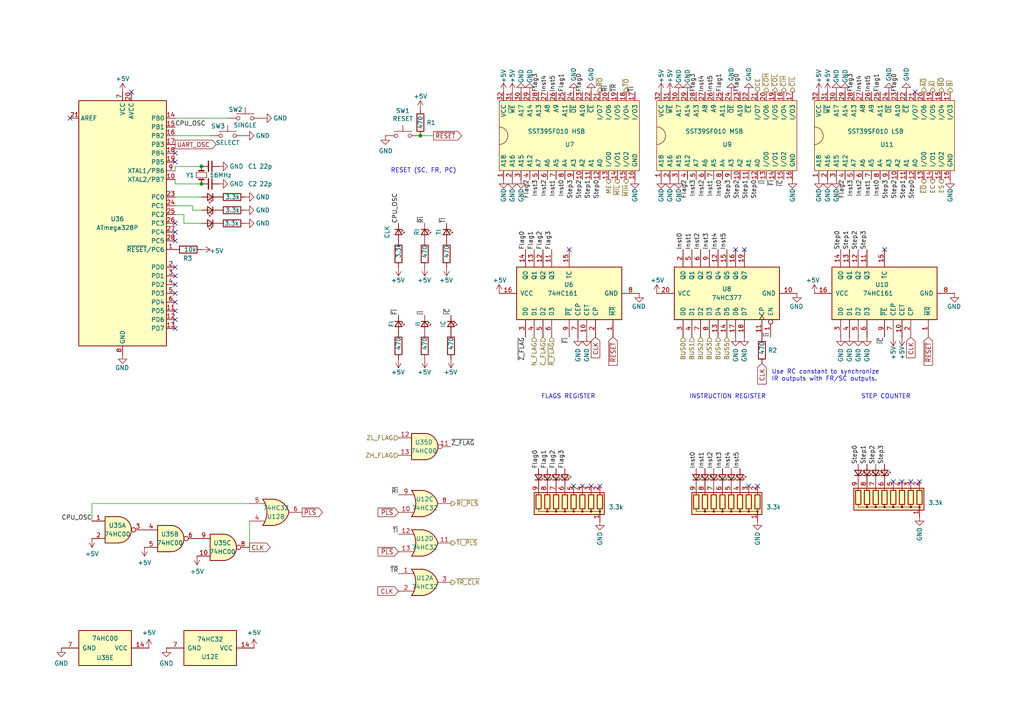
<source format=kicad_sch>
(kicad_sch (version 20250114) (generator "eeschema") (generator_version "9.0")
  (paper "A4")
  (title_block (title "Control Logic") (date "2025-12-30") (rev "3.3") (comment 2 "creativecommons.org/licenses/by-nc-sa/4.0/") (comment 3 "This work is licensed under CC BY-NC-SA 4.0") (comment 4 "Author: Carsten Herting (slu4)"))
  (text "INSTRUCTION REGISTER" (at 199.898 115.824 0) (effects (font (size 1.27 1.27)) (justify left bottom)))
  (text "RESET (SC, FR, PC)\n" (at 113.284 50.292 0) (effects (font (size 1.27 1.27)) (justify left bottom)))
  (text "STEP COUNTER" (at 264.16 115.824 0) (effects (font (size 1.27 1.27)) (justify right bottom)))
  (text "FLAGS REGISTER" (at 156.972 115.824 0) (effects (font (size 1.27 1.27)) (justify left bottom)))
  (text "Use RC constant to synchronize\nIR outputs with FR/SC outputs." (at 223.774 107.188 0) (effects (font (size 1.27 1.27)) (justify left top)))
  (junction (at 58.42 48.26))
  (junction (at 58.42 53.34))
  (junction (at 121.92 39.37))
  (no_connect (at 50.8 85.09))
  (no_connect (at 217.17 140.97))
  (no_connect (at 168.91 140.97))
  (no_connect (at 50.8 46.99))
  (no_connect (at 50.8 69.85))
  (no_connect (at 215.9 72.39))
  (no_connect (at 213.36 72.39))
  (no_connect (at 50.8 67.31))
  (no_connect (at 266.7 139.7))
  (no_connect (at 219.71 140.97))
  (no_connect (at 50.8 92.71))
  (no_connect (at 50.8 90.17))
  (no_connect (at 166.37 140.97))
  (no_connect (at 50.8 44.45))
  (no_connect (at 165.1 72.39))
  (no_connect (at 171.45 140.97))
  (no_connect (at 50.8 87.63))
  (no_connect (at 50.8 82.55))
  (no_connect (at 256.54 72.39))
  (no_connect (at 20.32 34.29))
  (no_connect (at 50.8 80.01))
  (no_connect (at 259.08 139.7))
  (no_connect (at 173.99 140.97))
  (no_connect (at 50.8 77.47))
  (no_connect (at 50.8 64.77))
  (no_connect (at 38.1 26.67))
  (no_connect (at 50.8 95.25))
  (no_connect (at 264.16 139.7))
  (no_connect (at 261.62 139.7))
  (no_connect (at 265.43 26.67))
  (wire (pts (xy 125.73 39.37) (xy 121.92 39.37)))
  (wire (pts (xy 50.8 48.26) (xy 50.8 49.53)))
  (wire (pts (xy 50.8 34.29) (xy 66.04 34.29)))
  (wire (pts (xy 26.67 146.05) (xy 26.67 151.13)))
  (wire (pts (xy 26.67 146.05) (xy 72.39 146.05)))
  (wire (pts (xy 55.88 59.69) (xy 55.88 60.96)))
  (wire (pts (xy 50.8 53.34) (xy 58.42 53.34)))
  (wire (pts (xy 50.8 57.15) (xy 58.42 57.15)))
  (wire (pts (xy 50.8 59.69) (xy 55.88 59.69)))
  (wire (pts (xy 53.34 62.23) (xy 53.34 64.77)))
  (wire (pts (xy 55.88 60.96) (xy 58.42 60.96)))
  (wire (pts (xy 50.8 52.07) (xy 50.8 53.34)))
  (wire (pts (xy 53.34 64.77) (xy 58.42 64.77)))
  (wire (pts (xy 50.8 39.37) (xy 60.96 39.37)))
  (wire (pts (xy 50.8 62.23) (xy 53.34 62.23)))
  (wire (pts (xy 72.39 151.13) (xy 72.39 158.75)))
  (wire (pts (xy 50.8 48.26) (xy 58.42 48.26)))
  (label "Inst1" (at 204.47 135.89 90))
  (label "Flag1" (at 209.55 26.67 90))
  (label "Inst5" (at 207.01 26.67 90))
  (label "Step0" (at 173.99 52.07 270))
  (label "Inst0" (at 198.12 72.39 90))
  (label "~{TI}" (at 115.57 154.94 180))
  (label "Step1" (at 171.45 52.07 270))
  (label "Step2" (at 214.63 52.07 270))
  (label "Step3" (at 256.54 134.62 90))
  (label "Inst2" (at 158.75 52.07 270))
  (label "~{II}" (at 123.19 91.44 90))
  (label "Inst4" (at 204.47 26.67 90))
  (label "Flag2" (at 245.11 52.07 270))
  (label "Flag2" (at 199.39 52.07 270))
  (label "Inst3" (at 247.65 52.07 270))
  (label "Step1" (at 251.46 134.62 90))
  (label "Inst2" (at 203.2 72.39 90))
  (label "~{IC}" (at 256.54 97.79 270))
  (label "Step0" (at 219.71 52.07 270))
  (label "Flag2" (at 153.67 52.07 270))
  (label "Flag3" (at 247.65 26.67 90))
  (label "Flag0" (at 152.4 72.39 90))
  (label "Inst5" (at 214.63 135.89 90))
  (label "Flag2" (at 157.48 72.39 90))
  (label "Step3" (at 212.09 52.07 270))
  (label "Inst0" (at 201.93 135.89 90))
  (label "Step2" (at 254 134.62 90))
  (label "Step2" (at 168.91 52.07 270))
  (label "Inst1" (at 207.01 52.07 270))
  (label "Flag0" (at 168.91 26.67 90))
  (label "Flag0" (at 156.21 135.89 90))
  (label "Inst0" (at 255.27 52.07 270))
  (label "Inst2" (at 250.19 52.07 270))
  (label "Inst2" (at 204.47 52.07 270))
  (label "Inst2" (at 207.01 135.89 90))
  (label "~{Z_FLAG}" (at 152.4 97.79 270))
  (label "CPU_OSC" (at 50.8 36.83 0))
  (label "~{TI}" (at 129.54 64.77 90))
  (label "Inst3" (at 209.55 135.89 90))
  (label "~{FI}" (at 165.1 97.79 270))
  (label "Flag1" (at 158.75 135.89 90))
  (label "Flag3" (at 201.93 26.67 90))
  (label "Inst5" (at 161.29 26.67 90))
  (label "~{II}" (at 222.25 52.07 270))
  (label "Inst5" (at 210.82 72.39 90))
  (label "~{IC}" (at 130.81 91.44 90))
  (label "Inst3" (at 201.93 52.07 270))
  (label "Inst4" (at 208.28 72.39 90))
  (label "Step1" (at 246.38 72.39 90))
  (label "Inst1" (at 200.66 72.39 90))
  (label "Inst3" (at 205.74 72.39 90))
  (label "Flag1" (at 154.94 72.39 90))
  (label "~{RI}" (at 123.19 64.77 90))
  (label "Flag3" (at 163.83 135.89 90))
  (label "Flag1" (at 163.83 26.67 90))
  (label "Step0" (at 265.43 52.07 270))
  (label "~{TR}" (at 179.07 26.67 90))
  (label "~{II}" (at 223.52 97.79 90))
  (label "Step1" (at 262.89 52.07 270))
  (label "Inst4" (at 212.09 135.89 90))
  (label "Flag3" (at 156.21 26.67 90))
  (label "Inst4" (at 158.75 26.67 90))
  (label "~{RI}" (at 176.53 26.67 90))
  (label "CPU_OSC" (at 115.57 64.77 90))
  (label "~{RI}" (at 115.57 143.51 180))
  (label "Step0" (at 243.84 72.39 90))
  (label "~{TR}" (at 115.57 166.37 180))
  (label "Inst1" (at 252.73 52.07 270))
  (label "CPU_OSC" (at 26.67 151.13 180))
  (label "Step0" (at 248.92 134.62 90))
  (label "Flag2" (at 161.29 135.89 90))
  (label "~{Z_FLAG}" (at 130.81 129.54 0))
  (label "Step3" (at 257.81 52.07 270))
  (label "Step3" (at 251.46 72.39 90))
  (label "Flag3" (at 160.02 72.39 90))
  (label "~{FI}" (at 224.79 52.07 270))
  (label "Inst5" (at 252.73 26.67 90))
  (label "~{FI}" (at 115.57 91.44 90))
  (label "Flag1" (at 255.27 26.67 90))
  (label "Inst0" (at 163.83 52.07 270))
  (label "Inst3" (at 156.21 52.07 270))
  (label "Inst4" (at 250.19 26.67 90))
  (label "~{TI}" (at 184.15 26.67 90))
  (label "Step2" (at 248.92 72.39 90))
  (label "Step3" (at 166.37 52.07 270))
  (label "Inst0" (at 209.55 52.07 270))
  (label "Step2" (at 260.35 52.07 270))
  (label "Flag0" (at 214.63 26.67 90))
  (label "Inst1" (at 161.29 52.07 270))
  (label "~{IC}" (at 227.33 52.07 270))
  (label "Flag0" (at 260.35 26.67 90))
  (label "Step1" (at 217.17 52.07 270))
  (global_label "~{RESET}" (shape input) (at 269.24 97.79 270) (property "Intersheetrefs" "${INTERSHEET_REFS}" (effects (hide yes))))
  (global_label "CLK" (shape input) (at 115.57 171.45 180) (property "Intersheetrefs" "${INTERSHEET_REFS}" (effects (hide yes))))
  (global_label "CLK" (shape input) (at 220.98 105.41 270) (property "Intersheetrefs" "${INTERSHEET_REFS}" (effects (hide yes))))
  (global_label "CLK" (shape input) (at 264.16 97.79 270) (property "Intersheetrefs" "${INTERSHEET_REFS}" (effects (hide yes))))
  (global_label "~{RESET}" (shape input) (at 177.8 97.79 270) (property "Intersheetrefs" "${INTERSHEET_REFS}" (effects (hide yes))))
  (global_label "UART_OSC" (shape output) (at 50.8 41.91 0) (property "Intersheetrefs" "${INTERSHEET_REFS}" (effects (hide yes))))
  (global_label "CLK" (shape input) (at 172.72 97.79 270) (property "Intersheetrefs" "${INTERSHEET_REFS}" (effects (hide yes))))
  (global_label "~{RESET}" (shape output) (at 125.73 39.37 0) (property "Intersheetrefs" "${INTERSHEET_REFS}" (effects (hide yes))))
  (global_label "~{PLS}" (shape input) (at 115.57 160.02 180) (property "Intersheetrefs" "${INTERSHEET_REFS}" (effects (hide yes))))
  (global_label "~{PLS}" (shape output) (at 87.63 148.59 0) (property "Intersheetrefs" "${INTERSHEET_REFS}" (effects (hide yes))))
  (global_label "~{PLS}" (shape input) (at 115.57 148.59 180) (property "Intersheetrefs" "${INTERSHEET_REFS}" (effects (hide yes))))
  (global_label "CLK" (shape output) (at 72.39 158.75 0) (property "Intersheetrefs" "${INTERSHEET_REFS}" (effects (hide yes))))
  (hierarchical_label "~{AO}" (shape output) (at 267.97 26.67 90))
  (hierarchical_label "N_FLAG" (shape input) (at 154.94 97.79 270))
  (hierarchical_label "~{BI}" (shape output) (at 275.59 26.67 90))
  (hierarchical_label "ZL_FLAG" (shape input) (at 115.57 127 180))
  (hierarchical_label "~{CIH}" (shape output) (at 227.33 26.67 90))
  (hierarchical_label "CE" (shape input) (at 219.71 26.67 90))
  (hierarchical_label "BUS0" (shape input) (at 198.12 97.79 270))
  (hierarchical_label "~{EO}" (shape output) (at 267.97 52.07 270))
  (hierarchical_label "~{CIL}" (shape output) (at 229.87 26.67 90))
  (hierarchical_label "BUS1" (shape input) (at 200.66 97.79 270))
  (hierarchical_label "~{MIH}" (shape output) (at 181.61 52.07 270))
  (hierarchical_label "ES" (shape output) (at 273.05 52.07 270))
  (hierarchical_label "~{COH}" (shape output) (at 222.25 26.67 90))
  (hierarchical_label "~{AI}" (shape output) (at 270.51 26.67 90))
  (hierarchical_label "EC" (shape output) (at 270.51 52.07 270))
  (hierarchical_label "ME" (shape output) (at 176.53 52.07 270))
  (hierarchical_label "~{RO}" (shape output) (at 173.99 26.67 90))
  (hierarchical_label "BUS5" (shape input) (at 210.82 97.79 270))
  (hierarchical_label "ZH_FLAG" (shape input) (at 115.57 132.08 180))
  (hierarchical_label "~{R_FLAG}" (shape input) (at 160.02 97.79 270))
  (hierarchical_label "~{TO}" (shape output) (at 181.61 26.67 90))
  (hierarchical_label "~{COL}" (shape output) (at 224.79 26.67 90))
  (hierarchical_label "BUS2" (shape input) (at 203.2 97.79 270))
  (hierarchical_label "~{TR_CLK}" (shape output) (at 130.81 168.91 0))
  (hierarchical_label "~{TI_PLS}" (shape output) (at 130.81 157.48 0))
  (hierarchical_label "~{RI_PLS}" (shape output) (at 130.81 146.05 0))
  (hierarchical_label "BUS4" (shape input) (at 208.28 97.79 270))
  (hierarchical_label "~{BO}" (shape output) (at 273.05 26.67 90))
  (hierarchical_label "BUS3" (shape input) (at 205.74 97.79 270))
  (hierarchical_label "C_FLAG" (shape input) (at 157.48 97.79 270))
  (hierarchical_label "~{MIL}" (shape output) (at 179.07 52.07 270))
  (symbol (lib_id "power:GND") (at 262.89 26.67 180) (unit 1)
    (property "Reference" "#PWR065" (effects (hide yes)))
    (property "Value" "GND" (at 262.89 21.59 90))
    (property "Description" "Power symbol creates a global label with name \"GND\" , ground" (effects (hide yes)))
  )
  (symbol (lib_id "power:GND") (at 217.17 26.67 180) (unit 1)
    (property "Reference" "#PWR048" (effects (hide yes)))
    (property "Value" "GND" (at 217.17 21.59 90))
    (property "Description" "Power symbol creates a global label with name \"GND\" , ground" (effects (hide yes)))
  )
  (symbol (lib_id "8-Bit CPU 32k:74HC161") (at 256.54 85.09 90) (unit 1)
    (property "Reference" "U10" (at 257.81 82.55 90) (effects (justify left)))
    (property "Value" "74HC161" (at 259.08 85.09 90) (effects (justify left)))
    (property "Footprint" "Package_DIP:DIP-16_W7.62mm" (effects (hide yes)))
    (property "Datasheet" "http://www.ti.com/lit/gpn/sn74LS161" (effects (hide yes)))
    (property "Description" "Synchronous 4-bit programmable binary Counter" (effects (hide yes)))
  )
  (symbol (lib_id "power:GND") (at 212.09 26.67 180) (unit 1)
    (property "Reference" "#PWR047" (effects (hide yes)))
    (property "Value" "GND" (at 212.09 21.59 90))
    (property "Description" "Power symbol creates a global label with name \"GND\" , ground" (effects (hide yes)))
  )
  (symbol (lib_id "power:GND") (at 257.81 26.67 180) (unit 1)
    (property "Reference" "#PWR064" (effects (hide yes)))
    (property "Value" "GND" (at 257.81 21.59 90))
    (property "Description" "Power symbol creates a global label with name \"GND\" , ground" (effects (hide yes)))
  )
  (symbol (lib_id "Device:R") (at 54.61 72.39 270) (unit 1)
    (property "Reference" "R3" (at 53.086 74.93 90) (effects (justify left)))
    (property "Value" "10k" (at 53.34 72.39 90) (effects (justify left)))
    (property "Footprint" "Resistor_THT:R_Axial_DIN0207_L6.3mm_D2.5mm_P7.62mm_Horizontal" (effects (hide yes)))
  )
  (symbol (lib_id "power:+5V") (at 194.31 26.67 0) (unit 1)
    (property "Reference" "#PWR043" (effects (hide yes)))
    (property "Value" "+5V" (at 194.31 24.13 90) (effects (justify left)))
    (property "Description" "Power symbol creates a global label with name \"+5V\"" (effects (hide yes)))
  )
  (symbol (lib_id "power:+5V") (at 240.03 26.67 0) (unit 1)
    (property "Reference" "#PWR055" (effects (hide yes)))
    (property "Value" "+5V" (at 240.03 24.13 90) (effects (justify left)))
    (property "Description" "Power symbol creates a global label with name \"+5V\"" (effects (hide yes)))
  )
  (symbol (lib_id "power:GND") (at 275.59 52.07 0) (unit 1)
    (property "Reference" "#PWR067" (effects (hide yes)))
    (property "Value" "GND" (at 275.59 54.61 90) (effects (justify right)))
    (property "Description" "Power symbol creates a global label with name \"GND\" , ground" (effects (hide yes)))
  )
  (symbol (lib_id "power:GND") (at 276.86 85.09 0) (unit 1)
    (property "Reference" "#PWR066" (effects (hide yes)))
    (property "Value" "GND" (at 278.765 88.9 0) (effects (justify right)))
    (property "Description" "Power symbol creates a global label with name \"GND\" , ground" (effects (hide yes)))
  )
  (symbol (lib_id "power:+5V") (at 236.22 85.09 0) (unit 1)
    (property "Reference" "#PWR051" (effects (hide yes)))
    (property "Value" "+5V" (at 233.68 81.28 0) (effects (justify left)))
    (property "Description" "Power symbol creates a global label with name \"+5V\"" (effects (hide yes)))
  )
  (symbol (lib_id "power:GND") (at 229.87 52.07 0) (unit 1)
    (property "Reference" "#PWR050" (effects (hide yes)))
    (property "Value" "GND" (at 229.87 54.61 90) (effects (justify right)))
    (property "Description" "Power symbol creates a global label with name \"GND\" , ground" (effects (hide yes)))
  )
  (symbol (lib_id "power:+5V") (at 259.08 97.79 180) (unit 1)
    (property "Reference" "#PWR062" (effects (hide yes)))
    (property "Value" "+5V" (at 259.08 100.33 90) (effects (justify left)))
    (property "Description" "Power symbol creates a global label with name \"+5V\"" (effects (hide yes)))
  )
  (symbol (lib_id "power:+5V") (at 261.62 97.79 180) (unit 1)
    (property "Reference" "#PWR063" (effects (hide yes)))
    (property "Value" "+5V" (at 261.62 100.33 90) (effects (justify left)))
    (property "Description" "Power symbol creates a global label with name \"+5V\"" (effects (hide yes)))
  )
  (symbol (lib_id "power:+5V") (at 191.77 26.67 0) (unit 1)
    (property "Reference" "#PWR041" (effects (hide yes)))
    (property "Value" "+5V" (at 191.77 24.13 90) (effects (justify left)))
    (property "Description" "Power symbol creates a global label with name \"+5V\"" (effects (hide yes)))
  )
  (symbol (lib_id "power:+5V") (at 237.49 26.67 0) (unit 1)
    (property "Reference" "#PWR052" (effects (hide yes)))
    (property "Value" "+5V" (at 237.49 24.13 90) (effects (justify left)))
    (property "Description" "Power symbol creates a global label with name \"+5V\"" (effects (hide yes)))
  )
  (symbol (lib_id "Device:Crystal_Small") (at 58.42 50.8 270) (unit 1)
    (property "Reference" "Y1" (at 55.118 50.8 90))
    (property "Value" "16MHz" (at 64.008 50.8 90))
    (property "Footprint" "Crystal:Crystal_HC18-U_Vertical" (effects (hide yes)))
  )
  (symbol (lib_id "Device:LED_Small") (at 209.55 138.43 270) (mirror x) (unit 1)
    (property "Reference" "D60" (effects (hide yes)))
    (property "Value" "LED_Small" (effects (hide yes)))
    (property "Footprint" "LED_THT:LED_D5.0mm" (effects (hide yes)))
    (property "Description" "LED GREEN, 2000mcd, 60°" (effects (hide yes)))
    (property "Sim.Pin" "1=K 2=A" (effects (hide yes)))
  )
  (symbol (lib_id "power:+5V") (at 58.42 72.39 270) (unit 1)
    (property "Reference" "#PWR0147" (effects (hide yes)))
    (property "Value" "+5V" (at 62.8142 72.771 90))
  )
  (symbol (lib_id "MCU_Microchip_ATmega:ATmega328-P") (at 35.56 64.77 0) (unit 1)
    (property "Reference" "U36" (at 34.036 63.5 0))
    (property "Value" "ATmega328P" (at 34.036 66.04 0))
    (property "Footprint" "Package_DIP:DIP-28_W7.62mm" (effects (hide yes)))
    (property "Datasheet" "http://ww1.microchip.com/downloads/en/DeviceDoc/ATmega328_P%20AVR%20MCU%20with%20picoPower%20Technology%20Data%20Sheet%2040001984A.pdf" (effects (hide yes)))
    (property "Description" "20MHz, 32kB Flash, 2kB SRAM, 1kB EEPROM, DIP-28" (effects (hide yes)))
  )
  (symbol (lib_id "Device:LED_Small") (at 201.93 138.43 270) (mirror x) (unit 1)
    (property "Reference" "D63" (effects (hide yes)))
    (property "Value" "LED_Small" (effects (hide yes)))
    (property "Footprint" "LED_THT:LED_D5.0mm" (effects (hide yes)))
    (property "Description" "LED GREEN, 2000mcd, 60°" (effects (hide yes)))
    (property "Sim.Pin" "1=K 2=A" (effects (hide yes)))
  )
  (symbol (lib_id "power:GND") (at 71.12 57.15 90) (unit 1)
    (property "Reference" "#PWR068" (effects (hide yes)))
    (property "Value" "GND" (at 74.168 57.15 90) (effects (justify right)))
    (property "Description" "Power symbol creates a global label with name \"GND\" , ground" (effects (hide yes)))
  )
  (symbol (lib_id "Device:LED_Small") (at 129.54 67.31 270) (unit 1)
    (property "Reference" "D87" (effects (hide yes)))
    (property "Value" "TI" (at 127.254 67.31 0))
    (property "Footprint" "LED_THT:LED_D5.0mm" (effects (hide yes)))
    (property "Description" "LED YELLOW, 1300mcd, 60°" (effects (hide yes)))
    (property "Sim.Pin" "1=K 2=A" (effects (hide yes)))
  )
  (symbol (lib_id "8-Bit CPU 32k:SST39SF040A") (at 168.91 39.37 90) (unit 1)
    (property "Reference" "U7" (at 163.83 41.91 90) (effects (justify right)))
    (property "Value" "SST39SF010 HSB" (at 153.035 38.1 90) (effects (justify right)))
    (property "Footprint" "Package_DIP:DIP-32_W15.24mm" (effects (hide yes)))
  )
  (symbol (lib_id "power:GND") (at 170.18 97.79 0) (unit 1)
    (property "Reference" "#PWR0142" (effects (hide yes)))
    (property "Value" "GND" (at 170.18 100.965 90) (effects (justify right)))
    (property "Description" "Power symbol creates a global label with name \"GND\" , ground" (effects (hide yes)))
  )
  (symbol (lib_id "Device:R_Network08") (at 256.54 144.78 180) (unit 1)
    (property "Reference" "RN10" (effects (hide yes)))
    (property "Value" "3.3k" (at 269.24 145.7959 0) (effects (justify right)))
    (property "Footprint" "Resistor_THT:R_Array_SIP9" (effects (hide yes)))
    (property "Datasheet" "http://www.vishay.com/docs/31509/csc.pdf" (effects (hide yes)))
    (property "Description" "8 resistor network, star topology, bussed resistors, small symbol" (effects (hide yes)))
  )
  (symbol (lib_id "power:+5V") (at 26.67 156.21 180) (unit 1)
    (property "Reference" "#PWR037" (effects (hide yes)))
    (property "Value" "+5V" (at 26.67 160.655 0))
    (property "Description" "Power symbol creates a global label with name \"+5V\"" (effects (hide yes)))
  )
  (symbol (lib_id "power:GND") (at 231.14 85.09 0) (unit 1)
    (property "Reference" "#PWR049" (effects (hide yes)))
    (property "Value" "GND" (at 233.045 88.9 0) (effects (justify right)))
    (property "Description" "Power symbol creates a global label with name \"GND\" , ground" (effects (hide yes)))
  )
  (symbol (lib_id "Device:R") (at 123.19 73.66 0) (mirror y) (unit 1)
    (property "Reference" "R15" (effects (hide yes)))
    (property "Value" "470" (at 123.19 74.93 90) (effects (justify left)))
    (property "Footprint" "Resistor_THT:R_Axial_DIN0207_L6.3mm_D2.5mm_P7.62mm_Horizontal" (effects (hide yes)))
    (property "Description" "Resistor" (effects (hide yes)))
  )
  (symbol (lib_id "power:GND") (at 191.77 52.07 0) (unit 1)
    (property "Reference" "#PWR042" (effects (hide yes)))
    (property "Value" "GND" (at 191.77 54.61 90) (effects (justify right)))
    (property "Description" "Power symbol creates a global label with name \"GND\" , ground" (effects (hide yes)))
  )
  (symbol (lib_id "Device:R") (at 220.98 101.6 0) (mirror y) (unit 1)
    (property "Reference" "R2" (at 225.425 101.6 0) (effects (justify left)))
    (property "Value" "470" (at 220.98 102.87 90) (effects (justify left)))
    (property "Footprint" "Resistor_THT:R_Axial_DIN0207_L6.3mm_D2.5mm_P7.62mm_Horizontal" (effects (hide yes)))
    (property "Description" "Resistor" (effects (hide yes)))
  )
  (symbol (lib_id "power:GND") (at 219.71 151.13 0) (unit 1)
    (property "Reference" "#PWR0162" (effects (hide yes)))
    (property "Value" "GND" (at 219.71 156.21 90))
    (property "Description" "Power symbol creates a global label with name \"GND\" , ground" (effects (hide yes)))
  )
  (symbol (lib_id "Device:R") (at 123.19 100.33 0) (mirror y) (unit 1)
    (property "Reference" "R23" (effects (hide yes)))
    (property "Value" "470" (at 123.19 101.6 90) (effects (justify left)))
    (property "Footprint" "Resistor_THT:R_Axial_DIN0207_L6.3mm_D2.5mm_P7.62mm_Horizontal" (effects (hide yes)))
    (property "Description" "Resistor" (effects (hide yes)))
  )
  (symbol (lib_id "power:GND") (at 184.15 52.07 0) (unit 1)
    (property "Reference" "#PWR038" (effects (hide yes)))
    (property "Value" "GND" (at 184.15 54.61 90) (effects (justify right)))
    (property "Description" "Power symbol creates a global label with name \"GND\" , ground" (effects (hide yes)))
  )
  (symbol (lib_id "power:GND") (at 248.92 97.79 0) (unit 1)
    (property "Reference" "#PWR060" (effects (hide yes)))
    (property "Value" "GND" (at 248.92 100.965 90) (effects (justify right)))
    (property "Description" "Power symbol creates a global label with name \"GND\" , ground" (effects (hide yes)))
  )
  (symbol (lib_id "Device:LED_Small") (at 212.09 138.43 270) (mirror x) (unit 1)
    (property "Reference" "D64" (effects (hide yes)))
    (property "Value" "LED_Small" (effects (hide yes)))
    (property "Footprint" "LED_THT:LED_D5.0mm" (effects (hide yes)))
    (property "Description" "LED GREEN, 2000mcd, 60°" (effects (hide yes)))
    (property "Sim.Pin" "1=K 2=A" (effects (hide yes)))
  )
  (symbol (lib_id "power:+5V") (at 148.59 26.67 0) (unit 1)
    (property "Reference" "#PWR029" (effects (hide yes)))
    (property "Value" "+5V" (at 148.59 24.13 90) (effects (justify left)))
    (property "Description" "Power symbol creates a global label with name \"+5V\"" (effects (hide yes)))
  )
  (symbol (lib_name "74HC32_2") (lib_id "8-Bit CPU 32k:74HC32") (at 123.19 157.48 0) (unit 4)
    (property "Reference" "U12" (at 123.19 156.2131 0))
    (property "Value" "74HC32" (at 123.19 158.75 0))
    (property "Footprint" "Package_DIP:DIP-14_W7.62mm" (effects (hide yes)))
    (property "Datasheet" "http://www.ti.com/lit/gpn/sn74LS32" (effects (hide yes)))
    (property "Description" "Quad 2-input OR" (effects (hide yes)))
  )
  (symbol (lib_id "power:+5V") (at 57.15 161.29 180) (unit 1)
    (property "Reference" "#PWR0143" (effects (hide yes)))
    (property "Value" "+5V" (at 57.15 165.735 0))
    (property "Description" "Power symbol creates a global label with name \"+5V\"" (effects (hide yes)))
  )
  (symbol (lib_id "Device:LED_Small") (at 256.54 137.16 270) (mirror x) (unit 1)
    (property "Reference" "D72" (effects (hide yes)))
    (property "Value" "LED_Small" (effects (hide yes)))
    (property "Footprint" "LED_THT:LED_D5.0mm" (effects (hide yes)))
    (property "Description" "LED GREEN, 2000mcd, 60°" (effects (hide yes)))
    (property "Sim.Pin" "1=K 2=A" (effects (hide yes)))
  )
  (symbol (lib_id "power:GND") (at 199.39 26.67 180) (unit 1)
    (property "Reference" "#PWR073" (effects (hide yes)))
    (property "Value" "GND" (at 199.39 24.13 90) (effects (justify right)))
    (property "Description" "Power symbol creates a global label with name \"GND\" , ground" (effects (hide yes)))
  )
  (symbol (lib_id "power:GND") (at 173.99 151.13 0) (unit 1)
    (property "Reference" "#PWR0164" (effects (hide yes)))
    (property "Value" "GND" (at 173.99 156.21 90))
    (property "Description" "Power symbol creates a global label with name \"GND\" , ground" (effects (hide yes)))
  )
  (symbol (lib_id "power:GND") (at 243.84 97.79 0) (unit 1)
    (property "Reference" "#PWR054" (effects (hide yes)))
    (property "Value" "GND" (at 243.84 100.965 90) (effects (justify right)))
    (property "Description" "Power symbol creates a global label with name \"GND\" , ground" (effects (hide yes)))
  )
  (symbol (lib_id "power:GND") (at 215.9 97.79 0) (unit 1)
    (property "Reference" "#PWR074" (effects (hide yes)))
    (property "Value" "GND" (at 215.9 100.965 90) (effects (justify right)))
    (property "Description" "Power symbol creates a global label with name \"GND\" , ground" (effects (hide yes)))
  )
  (symbol (lib_id "Device:R") (at 129.54 73.66 0) (mirror y) (unit 1)
    (property "Reference" "R20" (effects (hide yes)))
    (property "Value" "470" (at 129.54 74.93 90) (effects (justify left)))
    (property "Footprint" "Resistor_THT:R_Axial_DIN0207_L6.3mm_D2.5mm_P7.62mm_Horizontal" (effects (hide yes)))
    (property "Description" "Resistor" (effects (hide yes)))
  )
  (symbol (lib_id "74xx:74HC00") (at 49.53 156.21 0) (unit 2)
    (property "Reference" "U35" (at 49.276 154.94 0))
    (property "Value" "74HC00" (at 49.276 157.48 0))
    (property "Footprint" "Package_DIP:DIP-14_W7.62mm" (effects (hide yes)))
    (property "Datasheet" "http://www.ti.com/lit/gpn/sn74hc00" (effects (hide yes)))
    (property "Description" "quad 2-input NAND gate" (effects (hide yes)))
  )
  (symbol (lib_id "power:GND") (at 213.36 97.79 0) (unit 1)
    (property "Reference" "#PWR039" (effects (hide yes)))
    (property "Value" "GND" (at 213.36 100.965 90) (effects (justify right)))
    (property "Description" "Power symbol creates a global label with name \"GND\" , ground" (effects (hide yes)))
  )
  (symbol (lib_id "Switch:SW_Push") (at 116.84 39.37 0) (mirror y) (unit 1)
    (property "Reference" "SW1" (at 116.84 32.131 0))
    (property "Value" "RESET" (at 116.84 34.4424 0))
    (property "Footprint" "Button_Switch_THT:SW_PUSH_6mm" (effects (hide yes)))
    (property "Description" "Push button switch, generic, two pins" (effects (hide yes)))
  )
  (symbol (lib_id "power:+5V") (at 130.81 104.14 180) (unit 1)
    (property "Reference" "#PWR0182" (effects (hide yes)))
    (property "Value" "+5V" (at 132.715 107.95 0) (effects (justify left)))
    (property "Description" "Power symbol creates a global label with name \"+5V\"" (effects (hide yes)))
  )
  (symbol (lib_id "Device:R") (at 121.92 35.56 0) (mirror y) (unit 1)
    (property "Reference" "R1" (at 126.365 35.56 0) (effects (justify left)))
    (property "Value" "470" (at 121.92 37.465 90) (effects (justify left)))
    (property "Footprint" "Resistor_THT:R_Axial_DIN0207_L6.3mm_D2.5mm_P7.62mm_Horizontal" (effects (hide yes)))
    (property "Description" "Resistor" (effects (hide yes)))
  )
  (symbol (lib_id "power:GND") (at 185.42 85.09 0) (unit 1)
    (property "Reference" "#PWR070" (effects (hide yes)))
    (property "Value" "GND" (at 187.325 88.9 0) (effects (justify right)))
    (property "Description" "Power symbol creates a global label with name \"GND\" , ground" (effects (hide yes)))
  )
  (symbol (lib_id "power:+5V") (at 115.57 104.14 180) (unit 1)
    (property "Reference" "#PWR0180" (effects (hide yes)))
    (property "Value" "+5V" (at 117.475 107.95 0) (effects (justify left)))
    (property "Description" "Power symbol creates a global label with name \"+5V\"" (effects (hide yes)))
  )
  (symbol (lib_id "power:GND") (at 71.12 64.77 90) (unit 1)
    (property "Reference" "#PWR0154" (effects (hide yes)))
    (property "Value" "GND" (at 74.168 64.77 90) (effects (justify right)))
    (property "Description" "Power symbol creates a global label with name \"GND\" , ground" (effects (hide yes)))
  )
  (symbol (lib_id "power:+5V") (at 146.05 26.67 0) (unit 1)
    (property "Reference" "#PWR026" (effects (hide yes)))
    (property "Value" "+5V" (at 146.05 24.13 90) (effects (justify left)))
    (property "Description" "Power symbol creates a global label with name \"+5V\"" (effects (hide yes)))
  )
  (symbol (lib_id "Device:LED_Small") (at 204.47 138.43 270) (mirror x) (unit 1)
    (property "Reference" "D62" (effects (hide yes)))
    (property "Value" "LED_Small" (effects (hide yes)))
    (property "Footprint" "LED_THT:LED_D5.0mm" (effects (hide yes)))
    (property "Description" "LED GREEN, 2000mcd, 60°" (effects (hide yes)))
    (property "Sim.Pin" "1=K 2=A" (effects (hide yes)))
  )
  (symbol (lib_id "74xx:74HC00") (at 30.48 187.96 270) (unit 5)
    (property "Reference" "U35" (at 30.48 190.754 90))
    (property "Value" "74HC00" (at 30.48 185.166 90))
    (property "Footprint" "Package_DIP:DIP-14_W7.62mm" (effects (hide yes)))
    (property "Datasheet" "http://www.ti.com/lit/gpn/sn74hc00" (effects (hide yes)))
    (property "Description" "quad 2-input NAND gate" (effects (hide yes)))
  )
  (symbol (lib_id "power:+5V") (at 73.66 187.96 0) (unit 1)
    (property "Reference" "#PWR0141" (effects (hide yes)))
    (property "Value" "+5V" (at 73.66 183.515 0))
    (property "Description" "Power symbol creates a global label with name \"+5V\"" (effects (hide yes)))
  )
  (symbol (lib_id "Device:LED_Small") (at 115.57 67.31 270) (unit 1)
    (property "Reference" "D100" (effects (hide yes)))
    (property "Value" "CLK" (at 112.268 67.31 0))
    (property "Footprint" "LED_THT:LED_D5.0mm" (effects (hide yes)))
    (property "Description" "LED GREEN, 2000mcd, 60°" (effects (hide yes)))
    (property "Sim.Pin" "1=K 2=A" (effects (hide yes)))
  )
  (symbol (lib_id "Device:LED_Small") (at 163.83 138.43 270) (mirror x) (unit 1)
    (property "Reference" "D68" (effects (hide yes)))
    (property "Value" "LED_Small" (effects (hide yes)))
    (property "Footprint" "LED_THT:LED_D5.0mm" (effects (hide yes)))
    (property "Description" "LED GREEN, 2000mcd, 60°" (effects (hide yes)))
    (property "Sim.Pin" "1=K 2=A" (effects (hide yes)))
  )
  (symbol (lib_id "Device:LED_Small") (at 251.46 137.16 270) (mirror x) (unit 1)
    (property "Reference" "D74" (effects (hide yes)))
    (property "Value" "LED_Small" (effects (hide yes)))
    (property "Footprint" "LED_THT:LED_D5.0mm" (effects (hide yes)))
    (property "Description" "LED GREEN, 2000mcd, 60°" (effects (hide yes)))
    (property "Sim.Pin" "1=K 2=A" (effects (hide yes)))
  )
  (symbol (lib_id "power:GND") (at 17.78 187.96 0) (mirror y) (unit 1)
    (property "Reference" "#PWR035" (effects (hide yes)))
    (property "Value" "GND" (at 17.78 192.405 0))
    (property "Description" "Power symbol creates a global label with name \"GND\" , ground" (effects (hide yes)))
  )
  (symbol (lib_id "power:GND") (at 166.37 26.67 180) (unit 1)
    (property "Reference" "#PWR033" (effects (hide yes)))
    (property "Value" "GND" (at 166.37 21.59 90))
    (property "Description" "Power symbol creates a global label with name \"GND\" , ground" (effects (hide yes)))
  )
  (symbol (lib_id "power:GND") (at 167.64 97.79 0) (unit 1)
    (property "Reference" "#PWR0137" (effects (hide yes)))
    (property "Value" "GND" (at 167.64 100.965 90) (effects (justify right)))
    (property "Description" "Power symbol creates a global label with name \"GND\" , ground" (effects (hide yes)))
  )
  (symbol (lib_id "Device:LED_Small") (at 207.01 138.43 270) (mirror x) (unit 1)
    (property "Reference" "D61" (effects (hide yes)))
    (property "Value" "LED_Small" (effects (hide yes)))
    (property "Footprint" "LED_THT:LED_D5.0mm" (effects (hide yes)))
    (property "Description" "LED GREEN, 2000mcd, 60°" (effects (hide yes)))
    (property "Sim.Pin" "1=K 2=A" (effects (hide yes)))
  )
  (symbol (lib_id "power:GND") (at 35.56 102.87 0) (unit 1)
    (property "Reference" "#PWR0151" (effects (hide yes)))
    (property "Value" "GND" (at 37.465 106.68 0) (effects (justify right)))
    (property "Description" "Power symbol creates a global label with name \"GND\" , ground" (effects (hide yes)))
  )
  (symbol (lib_id "Device:R_Network08") (at 163.83 146.05 180) (unit 1)
    (property "Reference" "RN11" (effects (hide yes)))
    (property "Value" "3.3k" (at 176.53 147.0659 0) (effects (justify right)))
    (property "Footprint" "Resistor_THT:R_Array_SIP9" (effects (hide yes)))
    (property "Datasheet" "http://www.vishay.com/docs/31509/csc.pdf" (effects (hide yes)))
    (property "Description" "8 resistor network, star topology, bussed resistors, small symbol" (effects (hide yes)))
  )
  (symbol (lib_id "power:+5V") (at 43.18 187.96 0) (unit 1)
    (property "Reference" "#PWR0144" (effects (hide yes)))
    (property "Value" "+5V" (at 43.18 183.515 0))
    (property "Description" "Power symbol creates a global label with name \"+5V\"" (effects (hide yes)))
  )
  (symbol (lib_id "power:+5V") (at 35.56 26.67 0) (mirror y) (unit 1)
    (property "Reference" "#PWR0150" (effects (hide yes)))
    (property "Value" "+5V" (at 35.56 22.86 0))
    (property "Description" "Power symbol creates a global label with name \"+5V\"" (effects (hide yes)))
  )
  (symbol (lib_id "power:GND") (at 251.46 97.79 0) (unit 1)
    (property "Reference" "#PWR061" (effects (hide yes)))
    (property "Value" "GND" (at 251.46 100.965 90) (effects (justify right)))
    (property "Description" "Power symbol creates a global label with name \"GND\" , ground" (effects (hide yes)))
  )
  (symbol (lib_id "power:GND") (at 151.13 52.07 0) (unit 1)
    (property "Reference" "#PWR032" (effects (hide yes)))
    (property "Value" "GND" (at 151.13 54.61 90) (effects (justify right)))
    (property "Description" "Power symbol creates a global label with name \"GND\" , ground" (effects (hide yes)))
  )
  (symbol (lib_id "Device:R") (at 67.31 60.96 90) (mirror x) (unit 1)
    (property "Reference" "R5" (effects (hide yes)))
    (property "Value" "3.3k" (at 69.596 60.96 90) (effects (justify left)))
    (property "Footprint" "Resistor_THT:R_Axial_DIN0207_L6.3mm_D2.5mm_P7.62mm_Horizontal" (effects (hide yes)))
    (property "Description" "Resistor" (effects (hide yes)))
  )
  (symbol (lib_id "Device:C_Small") (at 60.96 53.34 270) (unit 1)
    (property "Reference" "C2" (at 71.882 53.34 90) (effects (justify left)))
    (property "Value" "22p" (at 75.184 53.34 90) (effects (justify left)))
    (property "Footprint" "Capacitor_THT:C_Disc_D5.0mm_W2.5mm_P2.50mm" (effects (hide yes)))
  )
  (symbol (lib_id "power:GND") (at 71.12 60.96 90) (unit 1)
    (property "Reference" "#PWR069" (effects (hide yes)))
    (property "Value" "GND" (at 74.168 60.96 90) (effects (justify right)))
    (property "Description" "Power symbol creates a global label with name \"GND\" , ground" (effects (hide yes)))
  )
  (symbol (lib_id "power:GND") (at 71.12 39.37 90) (unit 1)
    (property "Reference" "#PWR0152" (effects (hide yes)))
    (property "Value" "GND" (at 76.2 39.37 90))
    (property "Description" "Power symbol creates a global label with name \"GND\" , ground" (effects (hide yes)))
  )
  (symbol (lib_id "power:GND") (at 196.85 52.07 0) (unit 1)
    (property "Reference" "#PWR046" (effects (hide yes)))
    (property "Value" "GND" (at 196.85 54.61 90) (effects (justify right)))
    (property "Description" "Power symbol creates a global label with name \"GND\" , ground" (effects (hide yes)))
  )
  (symbol (lib_id "Device:LED_Small") (at 214.63 138.43 270) (mirror x) (unit 1)
    (property "Reference" "D67" (effects (hide yes)))
    (property "Value" "LED_Small" (effects (hide yes)))
    (property "Footprint" "LED_THT:LED_D5.0mm" (effects (hide yes)))
    (property "Description" "LED GREEN, 2000mcd, 60°" (effects (hide yes)))
    (property "Sim.Pin" "1=K 2=A" (effects (hide yes)))
  )
  (symbol (lib_id "8-Bit CPU 32k:74HC32") (at 60.96 187.96 270) (unit 5)
    (property "Reference" "U12" (at 60.96 190.5 90))
    (property "Value" "74HC32" (at 60.96 185.42 90))
    (property "Footprint" "Package_DIP:DIP-14_W7.62mm" (effects (hide yes)))
    (property "Datasheet" "http://www.ti.com/lit/gpn/sn74LS32" (effects (hide yes)))
    (property "Description" "Quad 2-input OR" (effects (hide yes)))
  )
  (symbol (lib_id "power:+5V") (at 129.54 77.47 180) (unit 1)
    (property "Reference" "#PWR0178" (effects (hide yes)))
    (property "Value" "+5V" (at 131.445 81.28 0) (effects (justify left)))
    (property "Description" "Power symbol creates a global label with name \"+5V\"" (effects (hide yes)))
  )
  (symbol (lib_id "Device:R") (at 67.31 57.15 90) (mirror x) (unit 1)
    (property "Reference" "R6" (effects (hide yes)))
    (property "Value" "3.3k" (at 69.596 57.15 90) (effects (justify left)))
    (property "Footprint" "Resistor_THT:R_Axial_DIN0207_L6.3mm_D2.5mm_P7.62mm_Horizontal" (effects (hide yes)))
    (property "Description" "Resistor" (effects (hide yes)))
  )
  (symbol (lib_id "power:GND") (at 151.13 26.67 180) (unit 1)
    (property "Reference" "#PWR031" (effects (hide yes)))
    (property "Value" "GND" (at 151.13 24.13 90) (effects (justify right)))
    (property "Description" "Power symbol creates a global label with name \"GND\" , ground" (effects (hide yes)))
  )
  (symbol (lib_id "power:+5V") (at 115.57 77.47 180) (unit 1)
    (property "Reference" "#PWR0187" (effects (hide yes)))
    (property "Value" "+5V" (at 117.475 81.28 0) (effects (justify left)))
    (property "Description" "Power symbol creates a global label with name \"+5V\"" (effects (hide yes)))
  )
  (symbol (lib_id "power:+5V") (at 121.92 31.75 0) (mirror y) (unit 1)
    (property "Reference" "#PWR072" (effects (hide yes)))
    (property "Value" "+5V" (at 121.92 27.94 0))
    (property "Description" "Power symbol creates a global label with name \"+5V\"" (effects (hide yes)))
  )
  (symbol (lib_id "power:GND") (at 48.26 187.96 0) (mirror y) (unit 1)
    (property "Reference" "#PWR0140" (effects (hide yes)))
    (property "Value" "GND" (at 48.26 192.405 0))
    (property "Description" "Power symbol creates a global label with name \"GND\" , ground" (effects (hide yes)))
  )
  (symbol (lib_id "power:GND") (at 153.67 26.67 180) (unit 1)
    (property "Reference" "#PWR034" (effects (hide yes)))
    (property "Value" "GND" (at 153.67 24.13 90) (effects (justify right)))
    (property "Description" "Power symbol creates a global label with name \"GND\" , ground" (effects (hide yes)))
  )
  (symbol (lib_id "8-Bit CPU 32k:SST39SF040A") (at 214.63 39.37 90) (unit 1)
    (property "Reference" "U9" (at 209.55 41.91 90) (effects (justify right)))
    (property "Value" "SST39SF010 MSB" (at 198.755 38.1 90) (effects (justify right)))
    (property "Footprint" "Package_DIP:DIP-32_W15.24mm" (effects (hide yes)))
  )
  (symbol (lib_id "Device:LED_Small") (at 161.29 138.43 270) (mirror x) (unit 1)
    (property "Reference" "D69" (effects (hide yes)))
    (property "Value" "LED_Small" (effects (hide yes)))
    (property "Footprint" "LED_THT:LED_D5.0mm" (effects (hide yes)))
    (property "Description" "LED GREEN, 2000mcd, 60°" (effects (hide yes)))
    (property "Sim.Pin" "1=K 2=A" (effects (hide yes)))
  )
  (symbol (lib_id "8-Bit CPU 32k:74HC377") (at 210.82 85.09 90) (unit 1)
    (property "Reference" "U8" (at 210.82 83.8231 90))
    (property "Value" "74HC377" (at 210.82 86.36 90))
    (property "Footprint" "Package_DIP:DIP-20_W7.62mm" (effects (hide yes)))
    (property "Datasheet" "http://www.ti.com/lit/gpn/sn74LS574" (effects (hide yes)))
  )
  (symbol (lib_id "power:+5V") (at 41.91 158.75 180) (unit 1)
    (property "Reference" "#PWR0136" (effects (hide yes)))
    (property "Value" "+5V" (at 41.91 163.195 0))
    (property "Description" "Power symbol creates a global label with name \"+5V\"" (effects (hide yes)))
  )
  (symbol (lib_id "power:GND") (at 194.31 52.07 0) (unit 1)
    (property "Reference" "#PWR044" (effects (hide yes)))
    (property "Value" "GND" (at 194.31 54.61 90) (effects (justify right)))
    (property "Description" "Power symbol creates a global label with name \"GND\" , ground" (effects (hide yes)))
  )
  (symbol (lib_id "power:GND") (at 196.85 26.67 180) (unit 1)
    (property "Reference" "#PWR045" (effects (hide yes)))
    (property "Value" "GND" (at 196.85 24.13 90) (effects (justify right)))
    (property "Description" "Power symbol creates a global label with name \"GND\" , ground" (effects (hide yes)))
  )
  (symbol (lib_id "power:GND") (at 63.5 53.34 90) (unit 1)
    (property "Reference" "#PWR0149" (effects (hide yes)))
    (property "Value" "GND" (at 68.58 53.34 90))
  )
  (symbol (lib_id "power:GND") (at 242.57 26.67 180) (unit 1)
    (property "Reference" "#PWR058" (effects (hide yes)))
    (property "Value" "GND" (at 242.57 24.13 90) (effects (justify right)))
    (property "Description" "Power symbol creates a global label with name \"GND\" , ground" (effects (hide yes)))
  )
  (symbol (lib_id "power:GND") (at 245.11 26.67 180) (unit 1)
    (property "Reference" "#PWR0139" (effects (hide yes)))
    (property "Value" "GND" (at 245.11 24.13 90) (effects (justify right)))
    (property "Description" "Power symbol creates a global label with name \"GND\" , ground" (effects (hide yes)))
  )
  (symbol (lib_id "Device:R") (at 115.57 73.66 0) (mirror y) (unit 1)
    (property "Reference" "R33" (effects (hide yes)))
    (property "Value" "3.3k" (at 115.57 74.93 90) (effects (justify left)))
    (property "Footprint" "Resistor_THT:R_Axial_DIN0207_L6.3mm_D2.5mm_P7.62mm_Horizontal" (effects (hide yes)))
    (property "Description" "Resistor" (effects (hide yes)))
  )
  (symbol (lib_id "Device:LED_Small") (at 60.96 64.77 180) (unit 1)
    (property "Reference" "D1" (effects (hide yes)))
    (property "Value" "LED_small" (effects (hide yes)))
    (property "Footprint" "LED_THT:LED_D5.0mm" (effects (hide yes)))
    (property "Description" "LED GREEN, 2000mcd, 60°" (effects (hide yes)))
    (property "Sim.Pin" "1=K 2=A" (effects (hide yes)))
  )
  (symbol (lib_id "74xx:74HC00") (at 64.77 158.75 0) (unit 3)
    (property "Reference" "U35" (at 64.516 157.48 0))
    (property "Value" "74HC00" (at 64.516 160.02 0))
    (property "Footprint" "Package_DIP:DIP-14_W7.62mm" (effects (hide yes)))
    (property "Datasheet" "http://www.ti.com/lit/gpn/sn74hc00" (effects (hide yes)))
    (property "Description" "quad 2-input NAND gate" (effects (hide yes)))
  )
  (symbol (lib_name "74HC32_1") (lib_id "8-Bit CPU 32k:74HC32") (at 80.01 148.59 0) (mirror x) (unit 2)
    (property "Reference" "U12" (at 80.01 149.8569 0))
    (property "Value" "74HC32" (at 80.01 147.32 0))
    (property "Footprint" "Package_DIP:DIP-14_W7.62mm" (effects (hide yes)))
    (property "Datasheet" "http://www.ti.com/lit/gpn/sn74LS32" (effects (hide yes)))
    (property "Description" "Quad 2-input OR" (effects (hide yes)))
  )
  (symbol (lib_id "Device:LED_Small") (at 248.92 137.16 270) (mirror x) (unit 1)
    (property "Reference" "D75" (effects (hide yes)))
    (property "Value" "LED_Small" (effects (hide yes)))
    (property "Footprint" "LED_THT:LED_D5.0mm" (effects (hide yes)))
    (property "Description" "LED GREEN, 2000mcd, 60°" (effects (hide yes)))
    (property "Sim.Pin" "1=K 2=A" (effects (hide yes)))
  )
  (symbol (lib_id "Device:R") (at 130.81 100.33 0) (mirror y) (unit 1)
    (property "Reference" "R24" (effects (hide yes)))
    (property "Value" "470" (at 130.81 101.6 90) (effects (justify left)))
    (property "Footprint" "Resistor_THT:R_Axial_DIN0207_L6.3mm_D2.5mm_P7.62mm_Horizontal" (effects (hide yes)))
    (property "Description" "Resistor" (effects (hide yes)))
  )
  (symbol (lib_id "power:GND") (at 242.57 52.07 0) (unit 1)
    (property "Reference" "#PWR059" (effects (hide yes)))
    (property "Value" "GND" (at 242.57 54.61 90) (effects (justify right)))
    (property "Description" "Power symbol creates a global label with name \"GND\" , ground" (effects (hide yes)))
  )
  (symbol (lib_id "power:GND") (at 63.5 48.26 90) (unit 1)
    (property "Reference" "#PWR0148" (effects (hide yes)))
    (property "Value" "GND" (at 68.58 48.26 90))
  )
  (symbol (lib_id "Device:C_Small") (at 60.96 48.26 270) (unit 1)
    (property "Reference" "C1" (at 71.882 48.26 90) (effects (justify left)))
    (property "Value" "22p" (at 75.184 48.26 90) (effects (justify left)))
    (property "Footprint" "Capacitor_THT:C_Disc_D5.0mm_W2.5mm_P2.50mm" (effects (hide yes)))
  )
  (symbol (lib_id "power:+5V") (at 123.19 104.14 180) (unit 1)
    (property "Reference" "#PWR0181" (effects (hide yes)))
    (property "Value" "+5V" (at 125.095 107.95 0) (effects (justify left)))
    (property "Description" "Power symbol creates a global label with name \"+5V\"" (effects (hide yes)))
  )
  (symbol (lib_id "power:+5V") (at 144.78 85.09 0) (unit 1)
    (property "Reference" "#PWR028" (effects (hide yes)))
    (property "Value" "+5V" (at 142.875 81.28 0) (effects (justify left)))
    (property "Description" "Power symbol creates a global label with name \"+5V\"" (effects (hide yes)))
  )
  (symbol (lib_id "power:GND") (at 76.2 34.29 90) (unit 1)
    (property "Reference" "#PWR0153" (effects (hide yes)))
    (property "Value" "GND" (at 81.28 34.29 90))
    (property "Description" "Power symbol creates a global label with name \"GND\" , ground" (effects (hide yes)))
  )
  (symbol (lib_id "Device:LED_Small") (at 123.19 93.98 270) (unit 1)
    (property "Reference" "D90" (effects (hide yes)))
    (property "Value" "II" (at 121.158 93.98 0))
    (property "Footprint" "LED_THT:LED_D5.0mm" (effects (hide yes)))
    (property "Description" "LED YELLOW, 1300mcd, 60°" (effects (hide yes)))
    (property "Sim.Pin" "1=K 2=A" (effects (hide yes)))
  )
  (symbol (lib_id "Device:R") (at 67.31 64.77 90) (mirror x) (unit 1)
    (property "Reference" "R4" (effects (hide yes)))
    (property "Value" "3.3k" (at 69.342 64.77 90) (effects (justify left)))
    (property "Footprint" "Resistor_THT:R_Axial_DIN0207_L6.3mm_D2.5mm_P7.62mm_Horizontal" (effects (hide yes)))
    (property "Description" "Resistor" (effects (hide yes)))
  )
  (symbol (lib_id "power:GND") (at 146.05 52.07 0) (unit 1)
    (property "Reference" "#PWR027" (effects (hide yes)))
    (property "Value" "GND" (at 146.05 54.61 90) (effects (justify right)))
    (property "Description" "Power symbol creates a global label with name \"GND\" , ground" (effects (hide yes)))
  )
  (symbol (lib_id "8-Bit CPU 32k:74HC32") (at 123.19 168.91 0) (unit 1)
    (property "Reference" "U12" (at 123.19 167.6431 0))
    (property "Value" "74HC32" (at 123.19 170.18 0))
    (property "Footprint" "Package_DIP:DIP-14_W7.62mm" (effects (hide yes)))
    (property "Datasheet" "http://www.ti.com/lit/gpn/sn74LS32" (effects (hide yes)))
    (property "Description" "Quad 2-input OR" (effects (hide yes)))
  )
  (symbol (lib_id "Device:LED_Small") (at 60.96 57.15 180) (unit 1)
    (property "Reference" "D3" (effects (hide yes)))
    (property "Value" "LED_small" (effects (hide yes)))
    (property "Footprint" "LED_THT:LED_D5.0mm" (effects (hide yes)))
    (property "Description" "LED GREEN, 2000mcd, 60°" (effects (hide yes)))
    (property "Sim.Pin" "1=K 2=A" (effects (hide yes)))
  )
  (symbol (lib_id "power:GND") (at 148.59 52.07 0) (unit 1)
    (property "Reference" "#PWR030" (effects (hide yes)))
    (property "Value" "GND" (at 148.59 54.61 90) (effects (justify right)))
    (property "Description" "Power symbol creates a global label with name \"GND\" , ground" (effects (hide yes)))
  )
  (symbol (lib_id "power:+5V") (at 190.5 85.09 0) (unit 1)
    (property "Reference" "#PWR040" (effects (hide yes)))
    (property "Value" "+5V" (at 188.595 81.28 0) (effects (justify left)))
    (property "Description" "Power symbol creates a global label with name \"+5V\"" (effects (hide yes)))
  )
  (symbol (lib_id "Device:LED_Small") (at 158.75 138.43 270) (mirror x) (unit 1)
    (property "Reference" "D70" (effects (hide yes)))
    (property "Value" "LED_Small" (effects (hide yes)))
    (property "Footprint" "LED_THT:LED_D5.0mm" (effects (hide yes)))
    (property "Description" "LED GREEN, 2000mcd, 60°" (effects (hide yes)))
    (property "Sim.Pin" "1=K 2=A" (effects (hide yes)))
  )
  (symbol (lib_id "power:GND") (at 240.03 52.07 0) (unit 1)
    (property "Reference" "#PWR056" (effects (hide yes)))
    (property "Value" "GND" (at 240.03 54.61 90) (effects (justify right)))
    (property "Description" "Power symbol creates a global label with name \"GND\" , ground" (effects (hide yes)))
  )
  (symbol (lib_id "Device:R") (at 115.57 100.33 0) (mirror y) (unit 1)
    (property "Reference" "R22" (effects (hide yes)))
    (property "Value" "470" (at 115.57 101.6 90) (effects (justify left)))
    (property "Footprint" "Resistor_THT:R_Axial_DIN0207_L6.3mm_D2.5mm_P7.62mm_Horizontal" (effects (hide yes)))
    (property "Description" "Resistor" (effects (hide yes)))
  )
  (symbol (lib_id "Switch:SW_Push") (at 66.04 39.37 0) (mirror y) (unit 1)
    (property "Reference" "SW3" (at 63.246 36.576 0))
    (property "Value" "SELECT" (at 66.04 41.402 0))
    (property "Footprint" "Button_Switch_THT:SW_PUSH_6mm" (effects (hide yes)))
    (property "Description" "Push button switch, generic, two pins" (effects (hide yes)))
  )
  (symbol (lib_id "power:GND") (at 266.7 149.86 0) (unit 1)
    (property "Reference" "#PWR0163" (effects (hide yes)))
    (property "Value" "GND" (at 266.7 154.94 90))
    (property "Description" "Power symbol creates a global label with name \"GND\" , ground" (effects (hide yes)))
  )
  (symbol (lib_id "74xx:74HC00") (at 34.29 153.67 0) (unit 1)
    (property "Reference" "U35" (at 34.036 152.4 0))
    (property "Value" "74HC00" (at 34.036 154.94 0))
    (property "Footprint" "Package_DIP:DIP-14_W7.62mm" (effects (hide yes)))
    (property "Datasheet" "http://www.ti.com/lit/gpn/sn74hc00" (effects (hide yes)))
    (property "Description" "quad 2-input NAND gate" (effects (hide yes)))
  )
  (symbol (lib_id "power:GND") (at 171.45 26.67 180) (unit 1)
    (property "Reference" "#PWR036" (effects (hide yes)))
    (property "Value" "GND" (at 171.45 21.59 90))
    (property "Description" "Power symbol creates a global label with name \"GND\" , ground" (effects (hide yes)))
  )
  (symbol (lib_id "power:GND") (at 111.76 39.37 0) (unit 1)
    (property "Reference" "#PWR071" (effects (hide yes)))
    (property "Value" "GND" (at 111.887 43.7642 0))
    (property "Description" "Power symbol creates a global label with name \"GND\" , ground" (effects (hide yes)))
  )
  (symbol (lib_id "Switch:SW_Push") (at 71.12 34.29 0) (mirror y) (unit 1)
    (property "Reference" "SW2" (at 68.326 31.75 0))
    (property "Value" "SINGLE" (at 71.12 36.322 0))
    (property "Footprint" "Button_Switch_THT:SW_PUSH_6mm" (effects (hide yes)))
    (property "Description" "Push button switch, generic, two pins" (effects (hide yes)))
  )
  (symbol (lib_id "power:GND") (at 237.49 52.07 0) (unit 1)
    (property "Reference" "#PWR053" (effects (hide yes)))
    (property "Value" "GND" (at 237.49 54.61 90) (effects (justify right)))
    (property "Description" "Power symbol creates a global label with name \"GND\" , ground" (effects (hide yes)))
  )
  (symbol (lib_id "Device:LED_Small") (at 115.57 93.98 270) (unit 1)
    (property "Reference" "D89" (effects (hide yes)))
    (property "Value" "FI" (at 113.538 93.98 0))
    (property "Footprint" "LED_THT:LED_D5.0mm" (effects (hide yes)))
    (property "Description" "LED YELLOW, 1300mcd, 60°" (effects (hide yes)))
    (property "Sim.Pin" "1=K 2=A" (effects (hide yes)))
  )
  (symbol (lib_id "74xx:74HC00") (at 123.19 129.54 0) (unit 4)
    (property "Reference" "U35" (at 122.936 128.27 0))
    (property "Value" "74HC00" (at 122.936 130.81 0))
    (property "Footprint" "Package_DIP:DIP-14_W7.62mm" (effects (hide yes)))
    (property "Datasheet" "http://www.ti.com/lit/gpn/sn74hc00" (effects (hide yes)))
    (property "Description" "quad 2-input NAND gate" (effects (hide yes)))
  )
  (symbol (lib_id "Device:LED_Small") (at 130.81 93.98 270) (unit 1)
    (property "Reference" "D91" (effects (hide yes)))
    (property "Value" "IC" (at 128.524 93.98 0))
    (property "Footprint" "LED_THT:LED_D5.0mm" (effects (hide yes)))
    (property "Description" "LED YELLOW, 1300mcd, 60°" (effects (hide yes)))
    (property "Sim.Pin" "1=K 2=A" (effects (hide yes)))
  )
  (symbol (lib_id "power:+5V") (at 123.19 77.47 180) (unit 1)
    (property "Reference" "#PWR0173" (effects (hide yes)))
    (property "Value" "+5V" (at 125.095 81.28 0) (effects (justify left)))
    (property "Description" "Power symbol creates a global label with name \"+5V\"" (effects (hide yes)))
  )
  (symbol (lib_id "power:GND") (at 246.38 97.79 0) (unit 1)
    (property "Reference" "#PWR057" (effects (hide yes)))
    (property "Value" "GND" (at 246.38 100.965 90) (effects (justify right)))
    (property "Description" "Power symbol creates a global label with name \"GND\" , ground" (effects (hide yes)))
  )
  (symbol (lib_id "Device:LED_Small") (at 254 137.16 270) (mirror x) (unit 1)
    (property "Reference" "D73" (effects (hide yes)))
    (property "Value" "LED_Small" (effects (hide yes)))
    (property "Footprint" "LED_THT:LED_D5.0mm" (effects (hide yes)))
    (property "Description" "LED GREEN, 2000mcd, 60°" (effects (hide yes)))
    (property "Sim.Pin" "1=K 2=A" (effects (hide yes)))
  )
  (symbol (lib_id "8-Bit CPU 32k:SST39SF040A") (at 260.35 39.37 90) (unit 1)
    (property "Reference" "U11" (at 255.27 41.91 90) (effects (justify right)))
    (property "Value" "SST39SF010 LSB" (at 245.745 38.1 90) (effects (justify right)))
    (property "Footprint" "Package_DIP:DIP-32_W15.24mm" (effects (hide yes)))
  )
  (symbol (lib_id "Device:LED_Small") (at 156.21 138.43 270) (mirror x) (unit 1)
    (property "Reference" "D71" (effects (hide yes)))
    (property "Value" "LED_Small" (effects (hide yes)))
    (property "Footprint" "LED_THT:LED_D5.0mm" (effects (hide yes)))
    (property "Description" "LED GREEN, 2000mcd, 60°" (effects (hide yes)))
    (property "Sim.Pin" "1=K 2=A" (effects (hide yes)))
  )
  (symbol (lib_name "74HC32_3") (lib_id "8-Bit CPU 32k:74HC32") (at 123.19 146.05 0) (unit 3)
    (property "Reference" "U12" (at 123.19 144.7831 0))
    (property "Value" "74HC32" (at 123.19 147.32 0))
    (property "Footprint" "Package_DIP:DIP-14_W7.62mm" (effects (hide yes)))
    (property "Datasheet" "http://www.ti.com/lit/gpn/sn74LS32" (effects (hide yes)))
    (property "Description" "Quad 2-input OR" (effects (hide yes)))
  )
  (symbol (lib_id "Device:LED_Small") (at 60.96 60.96 180) (unit 1)
    (property "Reference" "D2" (effects (hide yes)))
    (property "Value" "LED_small" (effects (hide yes)))
    (property "Footprint" "LED_THT:LED_D5.0mm" (effects (hide yes)))
    (property "Description" "LED GREEN, 2000mcd, 60°" (effects (hide yes)))
    (property "Sim.Pin" "1=K 2=A" (effects (hide yes)))
  )
  (symbol (lib_id "Device:LED_Small") (at 123.19 67.31 270) (unit 1)
    (property "Reference" "D82" (effects (hide yes)))
    (property "Value" "RI" (at 120.904 67.31 0))
    (property "Footprint" "LED_THT:LED_D5.0mm" (effects (hide yes)))
    (property "Description" "LED YELLOW, 1300mcd, 60°" (effects (hide yes)))
    (property "Sim.Pin" "1=K 2=A" (effects (hide yes)))
  )
  (symbol (lib_id "8-Bit CPU 32k:74HC161") (at 165.1 85.09 90) (unit 1)
    (property "Reference" "U6" (at 166.37 82.55 90) (effects (justify left)))
    (property "Value" "74HC161" (at 167.64 85.09 90) (effects (justify left)))
    (property "Footprint" "Package_DIP:DIP-16_W7.62mm" (effects (hide yes)))
    (property "Datasheet" "http://www.ti.com/lit/gpn/sn74LS161" (effects (hide yes)))
    (property "Description" "Synchronous 4-bit programmable binary Counter" (effects (hide yes)))
  )
  (symbol (lib_id "Device:R_Network08") (at 209.55 146.05 180) (unit 1)
    (property "Reference" "RN9" (effects (hide yes)))
    (property "Value" "3.3k" (at 222.25 147.0659 0) (effects (justify right)))
    (property "Footprint" "Resistor_THT:R_Array_SIP9" (effects (hide yes)))
    (property "Datasheet" "http://www.vishay.com/docs/31509/csc.pdf" (effects (hide yes)))
    (property "Description" "8 resistor network, star topology, bussed resistors, small symbol" (effects (hide yes)))
  )
)
</source>
